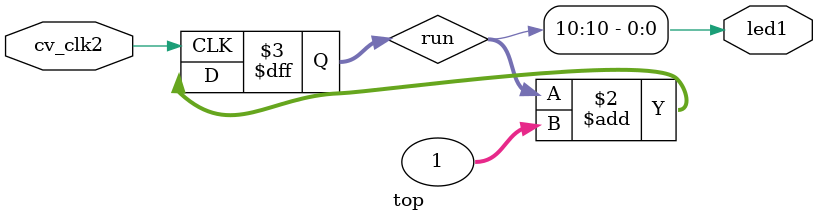
<source format=v>
module top (
  input   cv_clk2 /* synthesis chip_pin = "H13" */,
  output  led1    /* synthesis chip_pin = "K19" */
);

reg [31:0] run;

always @(posedge cv_clk2)
  run <= run + 1;

assign led1 = run[10];

endmodule

</source>
